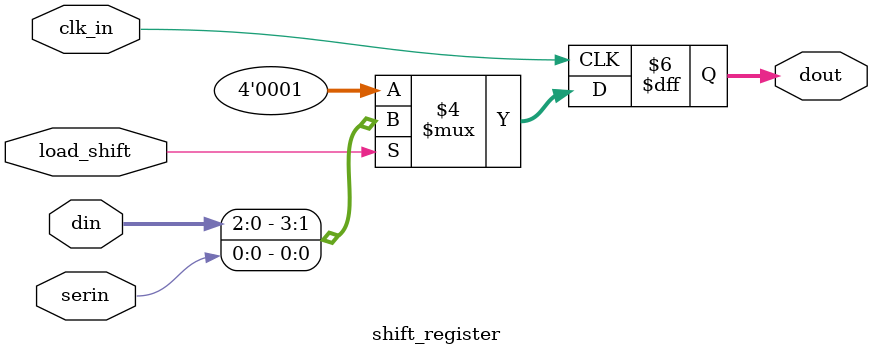
<source format=v>
module shift_register (
    input wire clk_in,
    input wire load_shift,
    input wire serin,
    input wire [3:0] din,
    output reg [3:0] dout
);

parameter value = 1;

always @(posedge(clk_in)) begin
    if (load_shift == 0)
        dout <= value;
    else
        dout <= {din[2:0], serin};
end
endmodule

</source>
